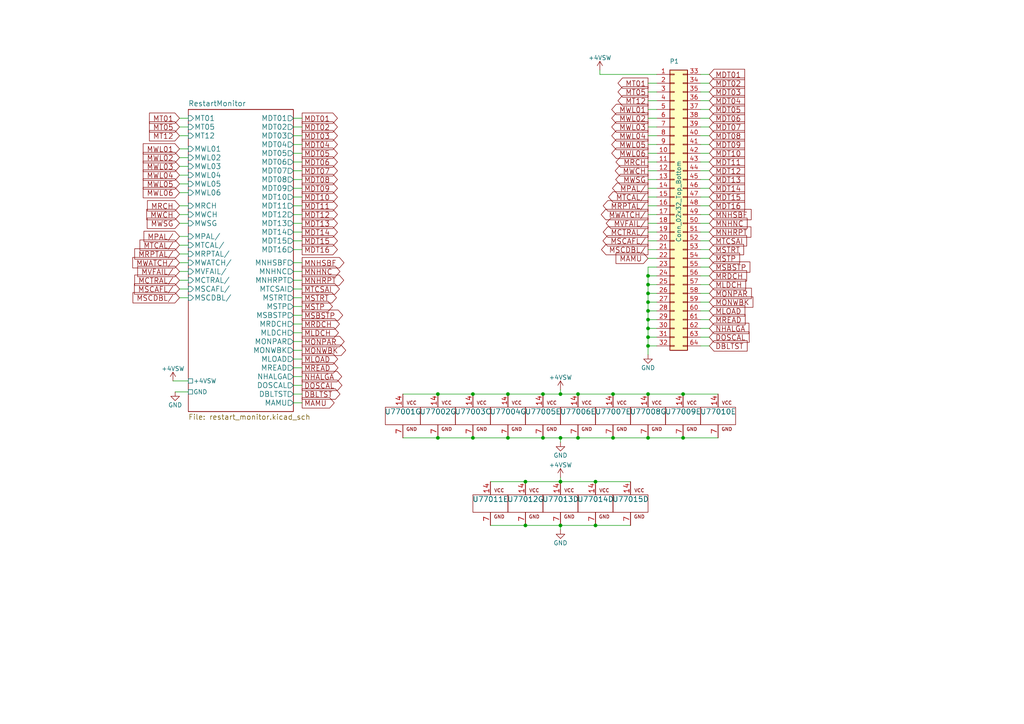
<source format=kicad_sch>
(kicad_sch (version 20211123) (generator eeschema)
  (paper "A4")
  (lib_symbols
    (symbol "Connector_Generic:Conn_02x32_Top_Bottom" (pin_names (offset 1.016) hide)
      (property "Reference" "J" (at 1.27 40.64 0))
      (property "Value" "Conn_02x32_Top_Bottom" (at 1.27 -43.18 0))
      (symbol "Conn_02x32_Top_Bottom_1_1"
        (pin passive line (at -5.08 38.1 0) (length 3.81) (name "Pin_1") (number "1"))
        (pin passive line (at -5.08 15.24 0) (length 3.81) (name "Pin_10") (number "10"))
        (pin passive line (at -5.08 12.7 0) (length 3.81) (name "Pin_11") (number "11"))
        (pin passive line (at -5.08 10.16 0) (length 3.81) (name "Pin_12") (number "12"))
        (pin passive line (at -5.08 7.62 0) (length 3.81) (name "Pin_13") (number "13"))
        (pin passive line (at -5.08 5.08 0) (length 3.81) (name "Pin_14") (number "14"))
        (pin passive line (at -5.08 2.54 0) (length 3.81) (name "Pin_15") (number "15"))
        (pin passive line (at -5.08 0 0) (length 3.81) (name "Pin_16") (number "16"))
        (pin passive line (at -5.08 -2.54 0) (length 3.81) (name "Pin_17") (number "17"))
        (pin passive line (at -5.08 -5.08 0) (length 3.81) (name "Pin_18") (number "18"))
        (pin passive line (at -5.08 -7.62 0) (length 3.81) (name "Pin_19") (number "19"))
        (pin passive line (at -5.08 35.56 0) (length 3.81) (name "Pin_2") (number "2"))
        (pin passive line (at -5.08 -10.16 0) (length 3.81) (name "Pin_20") (number "20"))
        (pin passive line (at -5.08 -12.7 0) (length 3.81) (name "Pin_21") (number "21"))
        (pin passive line (at -5.08 -15.24 0) (length 3.81) (name "Pin_22") (number "22"))
        (pin passive line (at -5.08 -17.78 0) (length 3.81) (name "Pin_23") (number "23"))
        (pin passive line (at -5.08 -20.32 0) (length 3.81) (name "Pin_24") (number "24"))
        (pin passive line (at -5.08 -22.86 0) (length 3.81) (name "Pin_25") (number "25"))
        (pin passive line (at -5.08 -25.4 0) (length 3.81) (name "Pin_26") (number "26"))
        (pin passive line (at -5.08 -27.94 0) (length 3.81) (name "Pin_27") (number "27"))
        (pin passive line (at -5.08 -30.48 0) (length 3.81) (name "Pin_28") (number "28"))
        (pin passive line (at -5.08 -33.02 0) (length 3.81) (name "Pin_29") (number "29"))
        (pin passive line (at -5.08 33.02 0) (length 3.81) (name "Pin_3") (number "3"))
        (pin passive line (at -5.08 -35.56 0) (length 3.81) (name "Pin_30") (number "30"))
        (pin passive line (at -5.08 -38.1 0) (length 3.81) (name "Pin_31") (number "31"))
        (pin passive line (at -5.08 -40.64 0) (length 3.81) (name "Pin_32") (number "32"))
        (pin passive line (at 7.62 38.1 180) (length 3.81) (name "Pin_33") (number "33"))
        (pin passive line (at 7.62 35.56 180) (length 3.81) (name "Pin_34") (number "34"))
        (pin passive line (at 7.62 33.02 180) (length 3.81) (name "Pin_35") (number "35"))
        (pin passive line (at 7.62 30.48 180) (length 3.81) (name "Pin_36") (number "36"))
        (pin passive line (at 7.62 27.94 180) (length 3.81) (name "Pin_37") (number "37"))
        (pin passive line (at 7.62 25.4 180) (length 3.81) (name "Pin_38") (number "38"))
        (pin passive line (at 7.62 22.86 180) (length 3.81) (name "Pin_39") (number "39"))
        (pin passive line (at -5.08 30.48 0) (length 3.81) (name "Pin_4") (number "4"))
        (pin passive line (at 7.62 20.32 180) (length 3.81) (name "Pin_40") (number "40"))
        (pin passive line (at 7.62 17.78 180) (length 3.81) (name "Pin_41") (number "41"))
        (pin passive line (at 7.62 15.24 180) (length 3.81) (name "Pin_42") (number "42"))
        (pin passive line (at 7.62 12.7 180) (length 3.81) (name "Pin_43") (number "43"))
        (pin passive line (at 7.62 10.16 180) (length 3.81) (name "Pin_44") (number "44"))
        (pin passive line (at 7.62 7.62 180) (length 3.81) (name "Pin_45") (number "45"))
        (pin passive line (at 7.62 5.08 180) (length 3.81) (name "Pin_46") (number "46"))
        (pin passive line (at 7.62 2.54 180) (length 3.81) (name "Pin_47") (number "47"))
        (pin passive line (at 7.62 0 180) (length 3.81) (name "Pin_48") (number "48"))
        (pin passive line (at 7.62 -2.54 180) (length 3.81) (name "Pin_49") (number "49"))
        (pin passive line (at -5.08 27.94 0) (length 3.81) (name "Pin_5") (number "5"))
        (pin passive line (at 7.62 -5.08 180) (length 3.81) (name "Pin_50") (number "50"))
        (pin passive line (at 7.62 -7.62 180) (length 3.81) (name "Pin_51") (number "51"))
        (pin passive line (at 7.62 -10.16 180) (length 3.81) (name "Pin_52") (number "52"))
        (pin passive line (at 7.62 -12.7 180) (length 3.81) (name "Pin_53") (number "53"))
        (pin passive line (at 7.62 -15.24 180) (length 3.81) (name "Pin_54") (number "54"))
        (pin passive line (at 7.62 -17.78 180) (length 3.81) (name "Pin_55") (number "55"))
        (pin passive line (at 7.62 -20.32 180) (length 3.81) (name "Pin_56") (number "56"))
        (pin passive line (at 7.62 -22.86 180) (length 3.81) (name "Pin_57") (number "57"))
        (pin passive line (at 7.62 -25.4 180) (length 3.81) (name "Pin_58") (number "58"))
        (pin passive line (at 7.62 -27.94 180) (length 3.81) (name "Pin_59") (number "59"))
        (pin passive line (at -5.08 25.4 0) (length 3.81) (name "Pin_6") (number "6"))
        (pin passive line (at 7.62 -30.48 180) (length 3.81) (name "Pin_60") (number "60"))
        (pin passive line (at 7.62 -33.02 180) (length 3.81) (name "Pin_61") (number "61"))
        (pin passive line (at 7.62 -35.56 180) (length 3.81) (name "Pin_62") (number "62"))
        (pin passive line (at 7.62 -38.1 180) (length 3.81) (name "Pin_63") (number "63"))
        (pin passive line (at 7.62 -40.64 180) (length 3.81) (name "Pin_64") (number "64"))
        (pin passive line (at -5.08 22.86 0) (length 3.81) (name "Pin_7") (number "7"))
        (pin passive line (at -5.08 20.32 0) (length 3.81) (name "Pin_8") (number "8"))
        (pin passive line (at -5.08 17.78 0) (length 3.81) (name "Pin_9") (number "9"))
      )
    )
    (symbol "agc_kicad_components:+4VSW" (power) (pin_names (offset 0))
      (property "Value" "agc_kicad_components_+4VSW" (at 0 3.556 0))
      (symbol "+4VSW_1_1"
        (pin power_in line (at 0 0 90) (length 0) hide (name "+4VSW") (number "1"))
      )
    )
    (symbol "agc_kicad_components:74HC02" (pin_names (offset 0.762))
      (property "Reference" "U" (at 0 1.27 0))
      (symbol "74HC02_1_1"
        (pin output inverted (at 15.24 0 180) (length 7.62) (name "~") (number "1"))
        (pin input line (at -15.24 2.54 0) (length 9.398) (name "~") (number "2"))
        (pin input line (at -15.24 -2.54 0) (length 9.398) (name "~") (number "3"))
      )
      (symbol "74HC02_2_1"
        (pin output inverted (at 15.24 0 180) (length 7.62) (name "~") (number "4"))
        (pin input line (at -15.24 2.54 0) (length 9.398) (name "~") (number "5"))
        (pin input line (at -15.24 -2.54 0) (length 9.398) (name "~") (number "6"))
      )
      (symbol "74HC02_3_1"
        (pin output inverted (at 15.24 0 180) (length 7.62) (name "~") (number "10"))
        (pin input line (at -15.24 2.54 0) (length 9.398) (name "~") (number "8"))
        (pin input line (at -15.24 -2.54 0) (length 9.398) (name "~") (number "9"))
      )
      (symbol "74HC02_4_1"
        (pin input line (at -15.24 2.54 0) (length 9.398) (name "~") (number "11"))
        (pin input line (at -15.24 -2.54 0) (length 9.398) (name "~") (number "12"))
        (pin output inverted (at 15.24 0 180) (length 7.62) (name "~") (number "13"))
      )
      (symbol "74HC02_5_0"
        (text "GND" (at 2.54 -3.81 0) (effects (font (size 0.9906 0.9906))))
        (text "VCC" (at 2.54 3.81 0) (effects (font (size 0.9906 0.9906))))
      )
      (symbol "74HC02_5_1"
        (pin power_in line (at 0 6.35 270) (length 3.81) (name "VCC") (number "14"))
        (pin power_in line (at 0 -6.35 90) (length 3.81) (name "GND") (number "7"))
      )
    )
    (symbol "agc_kicad_components:74HC04" (pin_names (offset 0.762))
      (property "Reference" "U" (at 0 1.27 0))
      (symbol "74HC04_1_1"
        (pin input line (at -15.24 0 0) (length 9.906) (name "~") (number "1"))
        (pin output inverted (at 15.24 0 180) (length 7.62) (name "~") (number "2"))
      )
      (symbol "74HC04_2_1"
        (pin input line (at -15.24 0 0) (length 9.906) (name "~") (number "3"))
        (pin output inverted (at 15.24 0 180) (length 7.62) (name "~") (number "4"))
      )
      (symbol "74HC04_3_1"
        (pin input line (at -15.24 0 0) (length 9.906) (name "~") (number "5"))
        (pin output inverted (at 15.24 0 180) (length 7.62) (name "~") (number "6"))
      )
      (symbol "74HC04_4_1"
        (pin output inverted (at 15.24 0 180) (length 7.62) (name "~") (number "8"))
        (pin input line (at -15.24 0 0) (length 9.906) (name "~") (number "9"))
      )
      (symbol "74HC04_5_1"
        (pin output inverted (at 15.24 0 180) (length 7.62) (name "~") (number "10"))
        (pin input line (at -15.24 0 0) (length 9.906) (name "~") (number "11"))
      )
      (symbol "74HC04_6_1"
        (pin output inverted (at 15.24 0 180) (length 7.62) (name "~") (number "12"))
        (pin input line (at -15.24 0 0) (length 9.906) (name "~") (number "13"))
      )
      (symbol "74HC04_7_0"
        (text "GND" (at 2.54 -3.81 0) (effects (font (size 0.9906 0.9906))))
        (text "VCC" (at 2.54 3.81 0) (effects (font (size 0.9906 0.9906))))
      )
      (symbol "74HC04_7_1"
        (pin power_in line (at 0 6.35 270) (length 3.81) (name "VCC") (number "14"))
        (pin power_in line (at 0 -6.35 90) (length 3.81) (name "GND") (number "7"))
      )
    )
    (symbol "agc_kicad_components:74HC27" (pin_names (offset 0.762))
      (property "Reference" "U" (at 0 1.27 0))
      (symbol "74HC27_1_1"
        (pin input line (at -15.24 3.81 0) (length 8.763) (name "~") (number "1"))
        (pin output inverted (at 15.24 0 180) (length 7.62) (name "~") (number "12"))
        (pin input line (at -15.24 -3.81 0) (length 8.763) (name "~") (number "13"))
        (pin input line (at -15.24 0 0) (length 9.906) (name "~") (number "2"))
      )
      (symbol "74HC27_2_1"
        (pin input line (at -15.24 3.81 0) (length 8.763) (name "~") (number "3"))
        (pin input line (at -15.24 0 0) (length 9.906) (name "~") (number "4"))
        (pin input line (at -15.24 -3.81 0) (length 8.763) (name "~") (number "5"))
        (pin output inverted (at 15.24 0 180) (length 7.62) (name "~") (number "6"))
      )
      (symbol "74HC27_3_1"
        (pin input line (at -15.24 0 0) (length 9.906) (name "~") (number "10"))
        (pin input line (at -15.24 -3.81 0) (length 8.763) (name "~") (number "11"))
        (pin output inverted (at 15.24 0 180) (length 7.62) (name "~") (number "8"))
        (pin input line (at -15.24 3.81 0) (length 8.763) (name "~") (number "9"))
      )
      (symbol "74HC27_4_0"
        (text "GND" (at 2.54 -3.81 0) (effects (font (size 0.9906 0.9906))))
        (text "VCC" (at 2.54 3.81 0) (effects (font (size 0.9906 0.9906))))
      )
      (symbol "74HC27_4_1"
        (pin power_in line (at 0 6.35 270) (length 3.81) (name "VCC") (number "14"))
        (pin power_in line (at 0 -6.35 90) (length 3.81) (name "GND") (number "7"))
      )
    )
    (symbol "agc_kicad_components:74HC4002" (pin_names (offset 0.762))
      (property "Reference" "U" (at 0 1.27 0))
      (symbol "74HC4002_1_1"
        (pin output inverted (at 15.24 0 180) (length 7.62) (name "~") (number "1"))
        (pin input line (at -15.24 3.81 0) (length 8.509) (name "~") (number "2"))
        (pin input line (at -15.24 1.27 0) (length 9.652) (name "~") (number "3"))
        (pin input line (at -15.24 -1.27 0) (length 9.652) (name "~") (number "4"))
        (pin input line (at -15.24 -3.81 0) (length 8.509) (name "~") (number "5"))
        (pin no_connect line (at -2.54 5.08 90) (length 0) hide (name "NC1") (number "6"))
        (pin no_connect line (at 0 5.08 90) (length 0) hide (name "NC2") (number "8"))
      )
      (symbol "74HC4002_2_1"
        (pin input line (at -15.24 1.27 0) (length 9.652) (name "~") (number "10"))
        (pin input line (at -15.24 -1.27 0) (length 9.652) (name "~") (number "11"))
        (pin input line (at -15.24 -3.81 0) (length 8.509) (name "~") (number "12"))
        (pin output inverted (at 15.24 0 180) (length 7.62) (name "~") (number "13"))
        (pin no_connect line (at -2.54 5.08 90) (length 0) hide (name "NC1") (number "6"))
        (pin no_connect line (at 0 5.08 90) (length 0) hide (name "NC2") (number "8"))
        (pin input line (at -15.24 3.81 0) (length 8.509) (name "~") (number "9"))
      )
      (symbol "74HC4002_3_0"
        (text "GND" (at 2.54 -3.81 0) (effects (font (size 0.9906 0.9906))))
        (text "VCC" (at 2.54 3.81 0) (effects (font (size 0.9906 0.9906))))
      )
      (symbol "74HC4002_3_1"
        (pin power_in line (at 0 6.35 270) (length 3.81) (name "VCC") (number "14"))
        (pin power_in line (at 0 -6.35 90) (length 3.81) (name "GND") (number "7"))
      )
    )
    (symbol "agc_kicad_components:74LVC07" (pin_names (offset 0.762))
      (property "Reference" "U" (at 0 1.27 0))
      (symbol "74LVC07_1_1"
        (pin input line (at -11.43 0 0) (length 7.62) (name "~") (number "1"))
        (pin open_collector line (at 11.43 0 180) (length 7.62) (name "~") (number "2"))
      )
      (symbol "74LVC07_2_1"
        (pin input line (at -11.43 0 0) (length 7.62) (name "~") (number "3"))
        (pin open_collector line (at 11.43 0 180) (length 7.62) (name "~") (number "4"))
      )
      (symbol "74LVC07_3_1"
        (pin input line (at -11.43 0 0) (length 7.62) (name "~") (number "5"))
        (pin open_collector line (at 11.43 0 180) (length 7.62) (name "~") (number "6"))
      )
      (symbol "74LVC07_4_1"
        (pin open_collector line (at 11.43 0 180) (length 7.62) (name "~") (number "8"))
        (pin input line (at -11.43 0 0) (length 7.62) (name "~") (number "9"))
      )
      (symbol "74LVC07_5_1"
        (pin open_collector line (at 11.43 0 180) (length 7.62) (name "~") (number "10"))
        (pin input line (at -11.43 0 0) (length 7.62) (name "~") (number "11"))
      )
      (symbol "74LVC07_6_1"
        (pin open_collector line (at 11.43 0 180) (length 7.62) (name "~") (number "12"))
        (pin input line (at -11.43 0 0) (length 7.62) (name "~") (number "13"))
      )
      (symbol "74LVC07_7_0"
        (text "GND" (at 2.54 -3.81 0) (effects (font (size 0.9906 0.9906))))
        (text "VCC" (at 2.54 3.81 0) (effects (font (size 0.9906 0.9906))))
      )
      (symbol "74LVC07_7_1"
        (pin power_in line (at 0 6.35 270) (length 3.81) (name "VCC") (number "14"))
        (pin power_in line (at 0 -6.35 90) (length 3.81) (name "GND") (number "7"))
      )
    )
    (symbol "power:GND" (power) (pin_names (offset 0))
      (property "Value" "GND" (at 0 -3.81 0))
      (symbol "GND_1_1"
        (pin power_in line (at 0 0 270) (length 0) hide (name "GND") (number "1"))
      )
    )
  )
  (junction (at 187.96 127))
  (junction (at 127 114.3))
  (junction (at 187.96 95.25))
  (junction (at 172.72 139.7))
  (junction (at 187.96 80.01))
  (junction (at 137.16 127))
  (junction (at 177.8 127))
  (junction (at 147.32 127))
  (junction (at 198.12 114.3))
  (junction (at 187.96 92.71))
  (junction (at 187.96 87.63))
  (junction (at 162.56 152.4))
  (junction (at 157.48 114.3))
  (junction (at 137.16 114.3))
  (junction (at 172.72 152.4))
  (junction (at 187.96 114.3))
  (junction (at 187.96 97.79))
  (junction (at 147.32 114.3))
  (junction (at 198.12 127))
  (junction (at 162.56 114.3))
  (junction (at 187.96 82.55))
  (junction (at 177.8 114.3))
  (junction (at 167.64 114.3))
  (junction (at 152.4 139.7))
  (junction (at 162.56 127))
  (junction (at 187.96 90.17))
  (junction (at 127 127))
  (junction (at 152.4 152.4))
  (junction (at 167.64 127))
  (junction (at 162.56 139.7))
  (junction (at 187.96 100.33))
  (junction (at 187.96 85.09))
  (junction (at 157.48 127))
  (wire (pts (xy 203.2 26.67) (xy 205.74 26.67)))
  (wire (pts (xy 198.12 127) (xy 208.28 127)))
  (wire (pts (xy 187.96 36.83) (xy 190.5 36.83)))
  (wire (pts (xy 162.56 128.27) (xy 162.56 127)))
  (wire (pts (xy 87.63 104.14) (xy 85.09 104.14)))
  (wire (pts (xy 142.24 139.7) (xy 152.4 139.7)))
  (wire (pts (xy 52.07 45.72) (xy 54.61 45.72)))
  (wire (pts (xy 162.56 138.43) (xy 162.56 139.7)))
  (wire (pts (xy 203.2 72.39) (xy 205.74 72.39)))
  (wire (pts (xy 187.96 87.63) (xy 190.5 87.63)))
  (wire (pts (xy 203.2 85.09) (xy 205.74 85.09)))
  (wire (pts (xy 87.63 67.31) (xy 85.09 67.31)))
  (wire (pts (xy 157.48 127) (xy 162.56 127)))
  (wire (pts (xy 52.07 43.18) (xy 54.61 43.18)))
  (wire (pts (xy 87.63 88.9) (xy 85.09 88.9)))
  (wire (pts (xy 162.56 113.03) (xy 162.56 114.3)))
  (wire (pts (xy 203.2 57.15) (xy 205.74 57.15)))
  (wire (pts (xy 87.63 34.29) (xy 85.09 34.29)))
  (wire (pts (xy 162.56 114.3) (xy 167.64 114.3)))
  (wire (pts (xy 52.07 39.37) (xy 54.61 39.37)))
  (wire (pts (xy 147.32 114.3) (xy 157.48 114.3)))
  (wire (pts (xy 203.2 95.25) (xy 205.74 95.25)))
  (wire (pts (xy 87.63 93.98) (xy 85.09 93.98)))
  (wire (pts (xy 87.63 86.36) (xy 85.09 86.36)))
  (wire (pts (xy 187.96 52.07) (xy 190.5 52.07)))
  (wire (pts (xy 187.96 69.85) (xy 190.5 69.85)))
  (wire (pts (xy 87.63 69.85) (xy 85.09 69.85)))
  (wire (pts (xy 203.2 34.29) (xy 205.74 34.29)))
  (wire (pts (xy 87.63 101.6) (xy 85.09 101.6)))
  (wire (pts (xy 187.96 64.77) (xy 190.5 64.77)))
  (wire (pts (xy 203.2 82.55) (xy 205.74 82.55)))
  (wire (pts (xy 87.63 78.74) (xy 85.09 78.74)))
  (wire (pts (xy 203.2 39.37) (xy 205.74 39.37)))
  (wire (pts (xy 152.4 139.7) (xy 162.56 139.7)))
  (wire (pts (xy 87.63 52.07) (xy 85.09 52.07)))
  (wire (pts (xy 203.2 36.83) (xy 205.74 36.83)))
  (wire (pts (xy 203.2 49.53) (xy 205.74 49.53)))
  (wire (pts (xy 173.99 20.32) (xy 173.99 21.59)))
  (wire (pts (xy 203.2 24.13) (xy 205.74 24.13)))
  (wire (pts (xy 187.96 57.15) (xy 190.5 57.15)))
  (wire (pts (xy 187.96 62.23) (xy 190.5 62.23)))
  (wire (pts (xy 52.07 68.58) (xy 54.61 68.58)))
  (wire (pts (xy 177.8 114.3) (xy 187.96 114.3)))
  (wire (pts (xy 187.96 24.13) (xy 190.5 24.13)))
  (wire (pts (xy 187.96 26.67) (xy 190.5 26.67)))
  (wire (pts (xy 203.2 29.21) (xy 205.74 29.21)))
  (wire (pts (xy 187.96 90.17) (xy 190.5 90.17)))
  (wire (pts (xy 87.63 116.84) (xy 85.09 116.84)))
  (wire (pts (xy 87.63 91.44) (xy 85.09 91.44)))
  (wire (pts (xy 187.96 82.55) (xy 190.5 82.55)))
  (wire (pts (xy 187.96 80.01) (xy 190.5 80.01)))
  (wire (pts (xy 87.63 106.68) (xy 85.09 106.68)))
  (wire (pts (xy 87.63 99.06) (xy 85.09 99.06)))
  (wire (pts (xy 187.96 41.91) (xy 190.5 41.91)))
  (wire (pts (xy 52.07 34.29) (xy 54.61 34.29)))
  (wire (pts (xy 187.96 46.99) (xy 190.5 46.99)))
  (wire (pts (xy 187.96 114.3) (xy 198.12 114.3)))
  (wire (pts (xy 116.84 114.3) (xy 127 114.3)))
  (wire (pts (xy 87.63 39.37) (xy 85.09 39.37)))
  (wire (pts (xy 50.165 110.49) (xy 54.61 110.49)))
  (wire (pts (xy 203.2 80.01) (xy 205.74 80.01)))
  (wire (pts (xy 187.96 92.71) (xy 190.5 92.71)))
  (wire (pts (xy 198.12 114.3) (xy 208.28 114.3)))
  (wire (pts (xy 87.63 72.39) (xy 85.09 72.39)))
  (wire (pts (xy 203.2 52.07) (xy 205.74 52.07)))
  (wire (pts (xy 87.63 59.69) (xy 85.09 59.69)))
  (wire (pts (xy 203.2 62.23) (xy 205.74 62.23)))
  (wire (pts (xy 187.96 54.61) (xy 190.5 54.61)))
  (wire (pts (xy 167.64 114.3) (xy 177.8 114.3)))
  (wire (pts (xy 203.2 100.33) (xy 205.74 100.33)))
  (wire (pts (xy 187.96 95.25) (xy 190.5 95.25)))
  (wire (pts (xy 172.72 152.4) (xy 182.88 152.4)))
  (wire (pts (xy 177.8 127) (xy 187.96 127)))
  (wire (pts (xy 187.96 77.47) (xy 190.5 77.47)))
  (wire (pts (xy 187.96 31.75) (xy 190.5 31.75)))
  (wire (pts (xy 52.07 64.77) (xy 54.61 64.77)))
  (wire (pts (xy 137.16 127) (xy 147.32 127)))
  (wire (pts (xy 52.07 71.12) (xy 54.61 71.12)))
  (wire (pts (xy 203.2 21.59) (xy 205.74 21.59)))
  (wire (pts (xy 52.07 59.69) (xy 54.61 59.69)))
  (wire (pts (xy 167.64 127) (xy 177.8 127)))
  (wire (pts (xy 52.07 50.8) (xy 54.61 50.8)))
  (wire (pts (xy 52.07 53.34) (xy 54.61 53.34)))
  (wire (pts (xy 127 114.3) (xy 137.16 114.3)))
  (wire (pts (xy 203.2 59.69) (xy 205.74 59.69)))
  (wire (pts (xy 87.63 81.28) (xy 85.09 81.28)))
  (wire (pts (xy 187.96 49.53) (xy 190.5 49.53)))
  (wire (pts (xy 203.2 54.61) (xy 205.74 54.61)))
  (wire (pts (xy 187.96 34.29) (xy 190.5 34.29)))
  (wire (pts (xy 52.07 76.2) (xy 54.61 76.2)))
  (wire (pts (xy 203.2 90.17) (xy 205.74 90.17)))
  (wire (pts (xy 187.96 92.71) (xy 187.96 95.25)))
  (wire (pts (xy 187.96 97.79) (xy 187.96 100.33)))
  (wire (pts (xy 187.96 85.09) (xy 187.96 87.63)))
  (wire (pts (xy 142.24 152.4) (xy 152.4 152.4)))
  (wire (pts (xy 87.63 76.2) (xy 85.09 76.2)))
  (wire (pts (xy 52.07 73.66) (xy 54.61 73.66)))
  (wire (pts (xy 203.2 97.79) (xy 205.74 97.79)))
  (wire (pts (xy 87.63 114.3) (xy 85.09 114.3)))
  (wire (pts (xy 187.96 82.55) (xy 187.96 85.09)))
  (wire (pts (xy 203.2 44.45) (xy 205.74 44.45)))
  (wire (pts (xy 187.96 100.33) (xy 187.96 102.87)))
  (wire (pts (xy 187.96 97.79) (xy 190.5 97.79)))
  (wire (pts (xy 172.72 139.7) (xy 182.88 139.7)))
  (wire (pts (xy 87.63 64.77) (xy 85.09 64.77)))
  (wire (pts (xy 203.2 41.91) (xy 205.74 41.91)))
  (wire (pts (xy 127 127) (xy 137.16 127)))
  (wire (pts (xy 187.96 59.69) (xy 190.5 59.69)))
  (wire (pts (xy 87.63 83.82) (xy 85.09 83.82)))
  (wire (pts (xy 87.63 49.53) (xy 85.09 49.53)))
  (wire (pts (xy 87.63 36.83) (xy 85.09 36.83)))
  (wire (pts (xy 162.56 152.4) (xy 162.56 153.67)))
  (wire (pts (xy 87.63 44.45) (xy 85.09 44.45)))
  (wire (pts (xy 203.2 64.77) (xy 205.74 64.77)))
  (wire (pts (xy 87.63 41.91) (xy 85.09 41.91)))
  (wire (pts (xy 173.99 21.59) (xy 190.5 21.59)))
  (wire (pts (xy 87.63 111.76) (xy 85.09 111.76)))
  (wire (pts (xy 203.2 31.75) (xy 205.74 31.75)))
  (wire (pts (xy 187.96 100.33) (xy 190.5 100.33)))
  (wire (pts (xy 203.2 87.63) (xy 205.74 87.63)))
  (wire (pts (xy 203.2 67.31) (xy 205.74 67.31)))
  (wire (pts (xy 203.2 69.85) (xy 205.74 69.85)))
  (wire (pts (xy 52.07 62.23) (xy 54.61 62.23)))
  (wire (pts (xy 147.32 127) (xy 157.48 127)))
  (wire (pts (xy 137.16 114.3) (xy 147.32 114.3)))
  (wire (pts (xy 87.63 96.52) (xy 85.09 96.52)))
  (wire (pts (xy 203.2 46.99) (xy 205.74 46.99)))
  (wire (pts (xy 187.96 77.47) (xy 187.96 80.01)))
  (wire (pts (xy 187.96 80.01) (xy 187.96 82.55)))
  (wire (pts (xy 187.96 90.17) (xy 187.96 92.71)))
  (wire (pts (xy 187.96 72.39) (xy 190.5 72.39)))
  (wire (pts (xy 52.07 48.26) (xy 54.61 48.26)))
  (wire (pts (xy 50.8 113.665) (xy 54.61 113.665)))
  (wire (pts (xy 87.63 46.99) (xy 85.09 46.99)))
  (wire (pts (xy 187.96 74.93) (xy 190.5 74.93)))
  (wire (pts (xy 162.56 139.7) (xy 172.72 139.7)))
  (wire (pts (xy 157.48 114.3) (xy 162.56 114.3)))
  (wire (pts (xy 187.96 127) (xy 198.12 127)))
  (wire (pts (xy 203.2 77.47) (xy 205.74 77.47)))
  (wire (pts (xy 187.96 95.25) (xy 187.96 97.79)))
  (wire (pts (xy 187.96 87.63) (xy 187.96 90.17)))
  (wire (pts (xy 52.07 78.74) (xy 54.61 78.74)))
  (wire (pts (xy 52.07 81.28) (xy 54.61 81.28)))
  (wire (pts (xy 162.56 152.4) (xy 172.72 152.4)))
  (wire (pts (xy 187.96 39.37) (xy 190.5 39.37)))
  (wire (pts (xy 87.63 62.23) (xy 85.09 62.23)))
  (wire (pts (xy 87.63 57.15) (xy 85.09 57.15)))
  (wire (pts (xy 87.63 109.22) (xy 85.09 109.22)))
  (wire (pts (xy 116.84 127) (xy 127 127)))
  (wire (pts (xy 187.96 44.45) (xy 190.5 44.45)))
  (wire (pts (xy 203.2 74.93) (xy 205.74 74.93)))
  (wire (pts (xy 187.96 85.09) (xy 190.5 85.09)))
  (wire (pts (xy 87.63 54.61) (xy 85.09 54.61)))
  (wire (pts (xy 52.07 55.88) (xy 54.61 55.88)))
  (wire (pts (xy 52.07 83.82) (xy 54.61 83.82)))
  (wire (pts (xy 187.96 67.31) (xy 190.5 67.31)))
  (wire (pts (xy 187.96 29.21) (xy 190.5 29.21)))
  (wire (pts (xy 162.56 127) (xy 167.64 127)))
  (wire (pts (xy 52.07 86.36) (xy 54.61 86.36)))
  (wire (pts (xy 52.07 36.83) (xy 54.61 36.83)))
  (wire (pts (xy 152.4 152.4) (xy 162.56 152.4)))
  (wire (pts (xy 203.2 92.71) (xy 205.74 92.71)))
  (global_label "MONPAR" (shape input) (at 205.74 85.09 0) (effects (font (size 1.524 1.524))) (property "Intersheet References" "${INTERSHEET_REFS}" (effects hide)))
  (global_label "MWL01" (shape output) (at 187.96 31.75 180) (effects (font (size 1.524 1.524))) (property "Intersheet References" "${INTERSHEET_REFS}" (effects hide)))
  (global_label "MRCH" (shape output) (at 187.96 46.99 180) (effects (font (size 1.524 1.524))) (property "Intersheet References" "${INTERSHEET_REFS}" (effects hide)))
  (global_label "MLDCH" (shape output) (at 87.63 96.52 0) (effects (font (size 1.524 1.524))) (property "Intersheet References" "${INTERSHEET_REFS}" (effects hide)))
  (global_label "MVFAIL/" (shape input) (at 52.07 78.74 180) (effects (font (size 1.524 1.524))) (property "Intersheet References" "${INTERSHEET_REFS}" (effects hide)))
  (global_label "MREAD" (shape output) (at 87.63 106.68 0) (effects (font (size 1.524 1.524))) (property "Intersheet References" "${INTERSHEET_REFS}" (effects hide)))
  (global_label "MONWBK" (shape output) (at 87.63 101.6 0) (effects (font (size 1.524 1.524))) (property "Intersheet References" "${INTERSHEET_REFS}" (effects hide)))
  (global_label "MDT15" (shape input) (at 205.74 57.15 0) (effects (font (size 1.524 1.524))) (property "Intersheet References" "${INTERSHEET_REFS}" (effects hide)))
  (global_label "MT01" (shape input) (at 52.07 34.29 180) (effects (font (size 1.524 1.524))) (property "Intersheet References" "${INTERSHEET_REFS}" (effects hide)))
  (global_label "MSBSTP" (shape input) (at 205.74 77.47 0) (effects (font (size 1.524 1.524))) (property "Intersheet References" "${INTERSHEET_REFS}" (effects hide)))
  (global_label "MWL05" (shape input) (at 52.07 53.34 180) (effects (font (size 1.524 1.524))) (property "Intersheet References" "${INTERSHEET_REFS}" (effects hide)))
  (global_label "MDT10" (shape output) (at 87.63 57.15 0) (effects (font (size 1.524 1.524))) (property "Intersheet References" "${INTERSHEET_REFS}" (effects hide)))
  (global_label "MDT11" (shape input) (at 205.74 46.99 0) (effects (font (size 1.524 1.524))) (property "Intersheet References" "${INTERSHEET_REFS}" (effects hide)))
  (global_label "MRPTAL/" (shape output) (at 187.96 59.69 180) (effects (font (size 1.524 1.524))) (property "Intersheet References" "${INTERSHEET_REFS}" (effects hide)))
  (global_label "MCTRAL/" (shape output) (at 187.96 67.31 180) (effects (font (size 1.524 1.524))) (property "Intersheet References" "${INTERSHEET_REFS}" (effects hide)))
  (global_label "MWATCH/" (shape output) (at 187.96 62.23 180) (effects (font (size 1.524 1.524))) (property "Intersheet References" "${INTERSHEET_REFS}" (effects hide)))
  (global_label "MRCH" (shape input) (at 52.07 59.69 180) (effects (font (size 1.524 1.524))) (property "Intersheet References" "${INTERSHEET_REFS}" (effects hide)))
  (global_label "MNHRPT" (shape input) (at 205.74 67.31 0) (effects (font (size 1.524 1.524))) (property "Intersheet References" "${INTERSHEET_REFS}" (effects hide)))
  (global_label "MSTRT" (shape input) (at 205.74 72.39 0) (effects (font (size 1.524 1.524))) (property "Intersheet References" "${INTERSHEET_REFS}" (effects hide)))
  (global_label "MDT01" (shape input) (at 205.74 21.59 0) (effects (font (size 1.524 1.524))) (property "Intersheet References" "${INTERSHEET_REFS}" (effects hide)))
  (global_label "MDT05" (shape output) (at 87.63 44.45 0) (effects (font (size 1.524 1.524))) (property "Intersheet References" "${INTERSHEET_REFS}" (effects hide)))
  (global_label "MDT08" (shape input) (at 205.74 39.37 0) (effects (font (size 1.524 1.524))) (property "Intersheet References" "${INTERSHEET_REFS}" (effects hide)))
  (global_label "MWCH" (shape input) (at 52.07 62.23 180) (effects (font (size 1.524 1.524))) (property "Intersheet References" "${INTERSHEET_REFS}" (effects hide)))
  (global_label "MDT14" (shape input) (at 205.74 54.61 0) (effects (font (size 1.524 1.524))) (property "Intersheet References" "${INTERSHEET_REFS}" (effects hide)))
  (global_label "MDT16" (shape input) (at 205.74 59.69 0) (effects (font (size 1.524 1.524))) (property "Intersheet References" "${INTERSHEET_REFS}" (effects hide)))
  (global_label "MSCAFL/" (shape input) (at 52.07 83.82 180) (effects (font (size 1.524 1.524))) (property "Intersheet References" "${INTERSHEET_REFS}" (effects hide)))
  (global_label "MWL02" (shape output) (at 187.96 34.29 180) (effects (font (size 1.524 1.524))) (property "Intersheet References" "${INTERSHEET_REFS}" (effects hide)))
  (global_label "MWL01" (shape input) (at 52.07 43.18 180) (effects (font (size 1.524 1.524))) (property "Intersheet References" "${INTERSHEET_REFS}" (effects hide)))
  (global_label "MPAL/" (shape input) (at 52.07 68.58 180) (effects (font (size 1.524 1.524))) (property "Intersheet References" "${INTERSHEET_REFS}" (effects hide)))
  (global_label "NHALGA" (shape input) (at 205.74 95.25 0) (effects (font (size 1.524 1.524))) (property "Intersheet References" "${INTERSHEET_REFS}" (effects hide)))
  (global_label "MWL06" (shape input) (at 52.07 55.88 180) (effects (font (size 1.524 1.524))) (property "Intersheet References" "${INTERSHEET_REFS}" (effects hide)))
  (global_label "MTCSAI" (shape output) (at 87.63 83.82 0) (effects (font (size 1.524 1.524))) (property "Intersheet References" "${INTERSHEET_REFS}" (effects hide)))
  (global_label "MWCH" (shape output) (at 187.96 49.53 180) (effects (font (size 1.524 1.524))) (property "Intersheet References" "${INTERSHEET_REFS}" (effects hide)))
  (global_label "MSCDBL/" (shape output) (at 187.96 72.39 180) (effects (font (size 1.524 1.524))) (property "Intersheet References" "${INTERSHEET_REFS}" (effects hide)))
  (global_label "MDT13" (shape output) (at 87.63 64.77 0) (effects (font (size 1.524 1.524))) (property "Intersheet References" "${INTERSHEET_REFS}" (effects hide)))
  (global_label "MDT03" (shape input) (at 205.74 26.67 0) (effects (font (size 1.524 1.524))) (property "Intersheet References" "${INTERSHEET_REFS}" (effects hide)))
  (global_label "MDT07" (shape output) (at 87.63 49.53 0) (effects (font (size 1.524 1.524))) (property "Intersheet References" "${INTERSHEET_REFS}" (effects hide)))
  (global_label "MDT02" (shape output) (at 87.63 36.83 0) (effects (font (size 1.524 1.524))) (property "Intersheet References" "${INTERSHEET_REFS}" (effects hide)))
  (global_label "MDT06" (shape input) (at 205.74 34.29 0) (effects (font (size 1.524 1.524))) (property "Intersheet References" "${INTERSHEET_REFS}" (effects hide)))
  (global_label "MWSG" (shape input) (at 52.07 64.77 180) (effects (font (size 1.524 1.524))) (property "Intersheet References" "${INTERSHEET_REFS}" (effects hide)))
  (global_label "DBLTST" (shape output) (at 87.63 114.3 0) (effects (font (size 1.524 1.524))) (property "Intersheet References" "${INTERSHEET_REFS}" (effects hide)))
  (global_label "MTCSAI" (shape input) (at 205.74 69.85 0) (effects (font (size 1.524 1.524))) (property "Intersheet References" "${INTERSHEET_REFS}" (effects hide)))
  (global_label "MONWBK" (shape input) (at 205.74 87.63 0) (effects (font (size 1.524 1.524))) (property "Intersheet References" "${INTERSHEET_REFS}" (effects hide)))
  (global_label "MAMU" (shape output) (at 87.63 116.84 0) (effects (font (size 1.524 1.524))) (property "Intersheet References" "${INTERSHEET_REFS}" (effects hide)))
  (global_label "MAMU" (shape input) (at 187.96 74.93 180) (effects (font (size 1.524 1.524))) (property "Intersheet References" "${INTERSHEET_REFS}" (effects hide)))
  (global_label "MDT05" (shape input) (at 205.74 31.75 0) (effects (font (size 1.524 1.524))) (property "Intersheet References" "${INTERSHEET_REFS}" (effects hide)))
  (global_label "MDT03" (shape output) (at 87.63 39.37 0) (effects (font (size 1.524 1.524))) (property "Intersheet References" "${INTERSHEET_REFS}" (effects hide)))
  (global_label "MLDCH" (shape input) (at 205.74 82.55 0) (effects (font (size 1.524 1.524))) (property "Intersheet References" "${INTERSHEET_REFS}" (effects hide)))
  (global_label "MDT11" (shape output) (at 87.63 59.69 0) (effects (font (size 1.524 1.524))) (property "Intersheet References" "${INTERSHEET_REFS}" (effects hide)))
  (global_label "MDT13" (shape input) (at 205.74 52.07 0) (effects (font (size 1.524 1.524))) (property "Intersheet References" "${INTERSHEET_REFS}" (effects hide)))
  (global_label "MNHNC" (shape input) (at 205.74 64.77 0) (effects (font (size 1.524 1.524))) (property "Intersheet References" "${INTERSHEET_REFS}" (effects hide)))
  (global_label "MRDCH" (shape output) (at 87.63 93.98 0) (effects (font (size 1.524 1.524))) (property "Intersheet References" "${INTERSHEET_REFS}" (effects hide)))
  (global_label "MTCAL/" (shape input) (at 52.07 71.12 180) (effects (font (size 1.524 1.524))) (property "Intersheet References" "${INTERSHEET_REFS}" (effects hide)))
  (global_label "MDT01" (shape output) (at 87.63 34.29 0) (effects (font (size 1.524 1.524))) (property "Intersheet References" "${INTERSHEET_REFS}" (effects hide)))
  (global_label "MDT14" (shape output) (at 87.63 67.31 0) (effects (font (size 1.524 1.524))) (property "Intersheet References" "${INTERSHEET_REFS}" (effects hide)))
  (global_label "MREAD" (shape input) (at 205.74 92.71 0) (effects (font (size 1.524 1.524))) (property "Intersheet References" "${INTERSHEET_REFS}" (effects hide)))
  (global_label "MNHRPT" (shape output) (at 87.63 81.28 0) (effects (font (size 1.524 1.524))) (property "Intersheet References" "${INTERSHEET_REFS}" (effects hide)))
  (global_label "MDT04" (shape input) (at 205.74 29.21 0) (effects (font (size 1.524 1.524))) (property "Intersheet References" "${INTERSHEET_REFS}" (effects hide)))
  (global_label "MSTP" (shape output) (at 87.63 88.9 0) (effects (font (size 1.524 1.524))) (property "Intersheet References" "${INTERSHEET_REFS}" (effects hide)))
  (global_label "MDT09" (shape output) (at 87.63 54.61 0) (effects (font (size 1.524 1.524))) (property "Intersheet References" "${INTERSHEET_REFS}" (effects hide)))
  (global_label "MRDCH" (shape input) (at 205.74 80.01 0) (effects (font (size 1.524 1.524))) (property "Intersheet References" "${INTERSHEET_REFS}" (effects hide)))
  (global_label "MT05" (shape input) (at 52.07 36.83 180) (effects (font (size 1.524 1.524))) (property "Intersheet References" "${INTERSHEET_REFS}" (effects hide)))
  (global_label "MWL05" (shape output) (at 187.96 41.91 180) (effects (font (size 1.524 1.524))) (property "Intersheet References" "${INTERSHEET_REFS}" (effects hide)))
  (global_label "MDT15" (shape output) (at 87.63 69.85 0) (effects (font (size 1.524 1.524))) (property "Intersheet References" "${INTERSHEET_REFS}" (effects hide)))
  (global_label "MSTP" (shape input) (at 205.74 74.93 0) (effects (font (size 1.524 1.524))) (property "Intersheet References" "${INTERSHEET_REFS}" (effects hide)))
  (global_label "MWL04" (shape output) (at 187.96 39.37 180) (effects (font (size 1.524 1.524))) (property "Intersheet References" "${INTERSHEET_REFS}" (effects hide)))
  (global_label "MWL06" (shape output) (at 187.96 44.45 180) (effects (font (size 1.524 1.524))) (property "Intersheet References" "${INTERSHEET_REFS}" (effects hide)))
  (global_label "MNHSBF" (shape output) (at 87.63 76.2 0) (effects (font (size 1.524 1.524))) (property "Intersheet References" "${INTERSHEET_REFS}" (effects hide)))
  (global_label "MSBSTP" (shape output) (at 87.63 91.44 0) (effects (font (size 1.524 1.524))) (property "Intersheet References" "${INTERSHEET_REFS}" (effects hide)))
  (global_label "MWL02" (shape input) (at 52.07 45.72 180) (effects (font (size 1.524 1.524))) (property "Intersheet References" "${INTERSHEET_REFS}" (effects hide)))
  (global_label "MLOAD" (shape output) (at 87.63 104.14 0) (effects (font (size 1.524 1.524))) (property "Intersheet References" "${INTERSHEET_REFS}" (effects hide)))
  (global_label "MDT16" (shape output) (at 87.63 72.39 0) (effects (font (size 1.524 1.524))) (property "Intersheet References" "${INTERSHEET_REFS}" (effects hide)))
  (global_label "MDT12" (shape input) (at 205.74 49.53 0) (effects (font (size 1.524 1.524))) (property "Intersheet References" "${INTERSHEET_REFS}" (effects hide)))
  (global_label "MDT06" (shape output) (at 87.63 46.99 0) (effects (font (size 1.524 1.524))) (property "Intersheet References" "${INTERSHEET_REFS}" (effects hide)))
  (global_label "MVFAIL/" (shape output) (at 187.96 64.77 180) (effects (font (size 1.524 1.524))) (property "Intersheet References" "${INTERSHEET_REFS}" (effects hide)))
  (global_label "MT12" (shape input) (at 52.07 39.37 180) (effects (font (size 1.524 1.524))) (property "Intersheet References" "${INTERSHEET_REFS}" (effects hide)))
  (global_label "MT05" (shape output) (at 187.96 26.67 180) (effects (font (size 1.524 1.524))) (property "Intersheet References" "${INTERSHEET_REFS}" (effects hide)))
  (global_label "MDT07" (shape input) (at 205.74 36.83 0) (effects (font (size 1.524 1.524))) (property "Intersheet References" "${INTERSHEET_REFS}" (effects hide)))
  (global_label "NHALGA" (shape output) (at 87.63 109.22 0) (effects (font (size 1.524 1.524))) (property "Intersheet References" "${INTERSHEET_REFS}" (effects hide)))
  (global_label "MT01" (shape output) (at 187.96 24.13 180) (effects (font (size 1.524 1.524))) (property "Intersheet References" "${INTERSHEET_REFS}" (effects hide)))
  (global_label "MSCDBL/" (shape input) (at 52.07 86.36 180) (effects (font (size 1.524 1.524))) (property "Intersheet References" "${INTERSHEET_REFS}" (effects hide)))
  (global_label "MWATCH/" (shape input) (at 52.07 76.2 180) (effects (font (size 1.524 1.524))) (property "Intersheet References" "${INTERSHEET_REFS}" (effects hide)))
  (global_label "MLOAD" (shape input) (at 205.74 90.17 0) (effects (font (size 1.524 1.524))) (property "Intersheet References" "${INTERSHEET_REFS}" (effects hide)))
  (global_label "MONPAR" (shape output) (at 87.63 99.06 0) (effects (font (size 1.524 1.524))) (property "Intersheet References" "${INTERSHEET_REFS}" (effects hide)))
  (global_label "DOSCAL" (shape input) (at 205.74 97.79 0) (effects (font (size 1.524 1.524))) (property "Intersheet References" "${INTERSHEET_REFS}" (effects hide)))
  (global_label "MNHNC" (shape output) (at 87.63 78.74 0) (effects (font (size 1.524 1.524))) (property "Intersheet References" "${INTERSHEET_REFS}" (effects hide)))
  (global_label "MSCAFL/" (shape output) (at 187.96 69.85 180) (effects (font (size 1.524 1.524))) (property "Intersheet References" "${INTERSHEET_REFS}" (effects hide)))
  (global_label "MWL03" (shape input) (at 52.07 48.26 180) (effects (font (size 1.524 1.524))) (property "Intersheet References" "${INTERSHEET_REFS}" (effects hide)))
  (global_label "MPAL/" (shape output) (at 187.96 54.61 180) (effects (font (size 1.524 1.524))) (property "Intersheet References" "${INTERSHEET_REFS}" (effects hide)))
  (global_label "MWL03" (shape output) (at 187.96 36.83 180) (effects (font (size 1.524 1.524))) (property "Intersheet References" "${INTERSHEET_REFS}" (effects hide)))
  (global_label "MSTRT" (shape output) (at 87.63 86.36 0) (effects (font (size 1.524 1.524))) (property "Intersheet References" "${INTERSHEET_REFS}" (effects hide)))
  (global_label "MWSG" (shape output) (at 187.96 52.07 180) (effects (font (size 1.524 1.524))) (property "Intersheet References" "${INTERSHEET_REFS}" (effects hide)))
  (global_label "DOSCAL" (shape output) (at 87.63 111.76 0) (effects (font (size 1.524 1.524))) (property "Intersheet References" "${INTERSHEET_REFS}" (effects hide)))
  (global_label "MRPTAL/" (shape input) (at 52.07 73.66 180) (effects (font (size 1.524 1.524))) (property "Intersheet References" "${INTERSHEET_REFS}" (effects hide)))
  (global_label "MTCAL/" (shape output) (at 187.96 57.15 180) (effects (font (size 1.524 1.524))) (property "Intersheet References" "${INTERSHEET_REFS}" (effects hide)))
  (global_label "MT12" (shape output) (at 187.96 29.21 180) (effects (font (size 1.524 1.524))) (property "Intersheet References" "${INTERSHEET_REFS}" (effects hide)))
  (global_label "MWL04" (shape input) (at 52.07 50.8 180) (effects (font (size 1.524 1.524))) (property "Intersheet References" "${INTERSHEET_REFS}" (effects hide)))
  (global_label "MDT09" (shape input) (at 205.74 41.91 0) (effects (font (size 1.524 1.524))) (property "Intersheet References" "${INTERSHEET_REFS}" (effects hide)))
  (global_label "MDT04" (shape output) (at 87.63 41.91 0) (effects (font (size 1.524 1.524))) (property "Intersheet References" "${INTERSHEET_REFS}" (effects hide)))
  (global_label "MDT02" (shape input) (at 205.74 24.13 0) (effects (font (size 1.524 1.524))) (property "Intersheet References" "${INTERSHEET_REFS}" (effects hide)))
  (global_label "MDT12" (shape output) (at 87.63 62.23 0) (effects (font (size 1.524 1.524))) (property "Intersheet References" "${INTERSHEET_REFS}" (effects hide)))
  (global_label "DBLTST" (shape input) (at 205.74 100.33 0) (effects (font (size 1.524 1.524))) (property "Intersheet References" "${INTERSHEET_REFS}" (effects hide)))
  (global_label "MDT08" (shape output) (at 87.63 52.07 0) (effects (font (size 1.524 1.524))) (property "Intersheet References" "${INTERSHEET_REFS}" (effects hide)))
  (global_label "MNHSBF" (shape input) (at 205.74 62.23 0) (effects (font (size 1.524 1.524))) (property "Intersheet References" "${INTERSHEET_REFS}" (effects hide)))
  (global_label "MCTRAL/" (shape input) (at 52.07 81.28 180) (effects (font (size 1.524 1.524))) (property "Intersheet References" "${INTERSHEET_REFS}" (effects hide)))
  (global_label "MDT10" (shape input) (at 205.74 44.45 0) (effects (font (size 1.524 1.524))) (property "Intersheet References" "${INTERSHEET_REFS}" (effects hide)))
  (symbol (lib_id "Connector_Generic:Conn_02x32_Top_Bottom") (at 195.58 59.69 0) (unit 1)
    (property "Reference" "P1" (at 195.58 17.78 0))
    (property "Value" "Conn_02x32_Top_Bottom" (at 196.85 58.42 90))
  )
  (symbol (lib_id "agc_kicad_components:+4VSW") (at 173.99 20.32 0) (unit 1)
    (property "Reference" "#PWR01" (effects hide))
    (property "Value" "+4VSW" (at 173.99 16.764 0))
  )
  (symbol (lib_id "power:GND") (at 187.96 102.87 0) (unit 1)
    (property "Reference" "#PWR02" (effects hide))
    (property "Value" "GND" (at 187.96 106.68 0))
  )
  (symbol (lib_id "agc_kicad_components:74HC04") (at 116.84 120.65 0) (unit 7)
    (property "Reference" "U77001" (at 116.84 119.38 0) (effects (font (size 1.524 1.524))))
    (property "Value" "74HC04" (effects hide))
  )
  (symbol (lib_id "agc_kicad_components:74HC04") (at 127 120.65 0) (unit 7)
    (property "Reference" "U77002" (at 127 119.38 0) (effects (font (size 1.524 1.524))))
    (property "Value" "74HC04" (effects hide))
  )
  (symbol (lib_id "agc_kicad_components:74HC4002") (at 137.16 120.65 0) (unit 3)
    (property "Reference" "U77003" (at 137.16 119.38 0) (effects (font (size 1.524 1.524))))
    (property "Value" "74HC4002" (effects hide))
  )
  (symbol (lib_id "agc_kicad_components:74LVC07") (at 147.32 120.65 0) (unit 7)
    (property "Reference" "U77004" (at 147.32 119.38 0) (effects (font (size 1.524 1.524))))
    (property "Value" "74LVC07" (effects hide))
  )
  (symbol (lib_id "agc_kicad_components:74HC02") (at 157.48 120.65 0) (unit 5)
    (property "Reference" "U77005" (at 157.48 119.38 0) (effects (font (size 1.524 1.524))))
    (property "Value" "74HC02" (effects hide))
  )
  (symbol (lib_id "agc_kicad_components:74HC02") (at 167.64 120.65 0) (unit 5)
    (property "Reference" "U77006" (at 167.64 119.38 0) (effects (font (size 1.524 1.524))))
    (property "Value" "74HC02" (effects hide))
  )
  (symbol (lib_id "agc_kicad_components:74HC02") (at 177.8 120.65 0) (unit 5)
    (property "Reference" "U77007" (at 177.8 119.38 0) (effects (font (size 1.524 1.524))))
    (property "Value" "74HC02" (effects hide))
  )
  (symbol (lib_id "agc_kicad_components:74HC04") (at 187.96 120.65 0) (unit 7)
    (property "Reference" "U77008" (at 187.96 119.38 0) (effects (font (size 1.524 1.524))))
    (property "Value" "74HC04" (effects hide))
  )
  (symbol (lib_id "agc_kicad_components:74HC02") (at 198.12 120.65 0) (unit 5)
    (property "Reference" "U77009" (at 198.12 119.38 0) (effects (font (size 1.524 1.524))))
    (property "Value" "74HC02" (effects hide))
  )
  (symbol (lib_id "agc_kicad_components:74HC02") (at 208.28 120.65 0) (unit 5)
    (property "Reference" "U77010" (at 208.28 119.38 0) (effects (font (size 1.524 1.524))))
    (property "Value" "74HC02" (effects hide))
  )
  (symbol (lib_id "agc_kicad_components:74HC02") (at 142.24 146.05 0) (unit 5)
    (property "Reference" "U77011" (at 142.24 144.78 0) (effects (font (size 1.524 1.524))))
    (property "Value" "74HC02" (effects hide))
  )
  (symbol (lib_id "agc_kicad_components:74HC04") (at 152.4 146.05 0) (unit 7)
    (property "Reference" "U77012" (at 152.4 144.78 0) (effects (font (size 1.524 1.524))))
    (property "Value" "74HC04" (effects hide))
  )
  (symbol (lib_id "agc_kicad_components:74HC27") (at 162.56 146.05 0) (unit 4)
    (property "Reference" "U77013" (at 162.56 144.78 0) (effects (font (size 1.524 1.524))))
    (property "Value" "74HC27" (effects hide))
  )
  (symbol (lib_id "agc_kicad_components:74HC27") (at 172.72 146.05 0) (unit 4)
    (property "Reference" "U77014" (at 172.72 144.78 0) (effects (font (size 1.524 1.524))))
    (property "Value" "74HC27" (effects hide))
  )
  (symbol (lib_id "agc_kicad_components:74HC27") (at 182.88 146.05 0) (unit 4)
    (property "Reference" "U77015" (at 182.88 144.78 0) (effects (font (size 1.524 1.524))))
    (property "Value" "74HC27" (effects hide))
  )
  (symbol (lib_id "power:GND") (at 162.56 153.67 0) (unit 1)
    (property "Reference" "#PWR0101" (effects hide))
    (property "Value" "GND" (at 162.56 157.48 0))
  )
  (symbol (lib_id "agc_kicad_components:+4VSW") (at 162.56 138.43 0) (unit 1)
    (property "Reference" "#PWR0102" (effects hide))
    (property "Value" "+4VSW" (at 162.56 134.874 0))
  )
  (symbol (lib_id "power:GND") (at 162.56 128.27 0) (unit 1)
    (property "Reference" "#PWR0103" (effects hide))
    (property "Value" "GND" (at 162.56 132.08 0))
  )
  (symbol (lib_id "agc_kicad_components:+4VSW") (at 162.56 113.03 0) (unit 1)
    (property "Reference" "#PWR0104" (effects hide))
    (property "Value" "+4VSW" (at 162.56 109.474 0))
  )
  (symbol (lib_id "power:GND") (at 50.8 113.665 0) (unit 1)
    (property "Reference" "#PWR0105" (effects hide))
    (property "Value" "GND" (at 50.8 117.475 0))
  )
  (symbol (lib_id "agc_kicad_components:+4VSW") (at 50.165 110.49 0) (unit 1)
    (property "Reference" "#PWR0106" (effects hide))
    (property "Value" "+4VSW" (at 50.165 106.934 0))
  )
  (sheet (at 54.61 31.75) (size 30.48 87.63)
    (property "Sheet name" "RestartMonitor" (at 54.61 30.9114 0) (effects (font (size 1.524 1.524)) (justify left bottom)))
    (property "Sheet file" "restart_monitor.kicad_sch" (at 54.61 120.0662 0) (effects (font (size 1.524 1.524)) (justify left top)))
    (pin "MWL01" input (at 54.61 43.18 180) (effects (font (size 1.524 1.524))))
    (pin "MWL02" input (at 54.61 45.72 180) (effects (font (size 1.524 1.524))))
    (pin "MWL03" input (at 54.61 48.26 180) (effects (font (size 1.524 1.524))))
    (pin "MWL04" input (at 54.61 50.8 180) (effects (font (size 1.524 1.524))))
    (pin "MWL05" input (at 54.61 53.34 180) (effects (font (size 1.524 1.524))))
    (pin "MWL06" input (at 54.61 55.88 180) (effects (font (size 1.524 1.524))))
    (pin "MT01" input (at 54.61 34.29 180) (effects (font (size 1.524 1.524))))
    (pin "MWSG" input (at 54.61 64.77 180) (effects (font (size 1.524 1.524))))
    (pin "MT12" input (at 54.61 39.37 180) (effects (font (size 1.524 1.524))))
    (pin "MWCH" input (at 54.61 62.23 180) (effects (font (size 1.524 1.524))))
    (pin "MRCH" input (at 54.61 59.69 180) (effects (font (size 1.524 1.524))))
    (pin "MPAL/" input (at 54.61 68.58 180) (effects (font (size 1.524 1.524))))
    (pin "MT05" input (at 54.61 36.83 180) (effects (font (size 1.524 1.524))))
    (pin "MTCAL/" input (at 54.61 71.12 180) (effects (font (size 1.524 1.524))))
    (pin "MRPTAL/" input (at 54.61 73.66 180) (effects (font (size 1.524 1.524))))
    (pin "MWATCH/" input (at 54.61 76.2 180) (effects (font (size 1.524 1.524))))
    (pin "MVFAIL/" input (at 54.61 78.74 180) (effects (font (size 1.524 1.524))))
    (pin "MCTRAL/" input (at 54.61 81.28 180) (effects (font (size 1.524 1.524))))
    (pin "MSCAFL/" input (at 54.61 83.82 180) (effects (font (size 1.524 1.524))))
    (pin "MSCDBL/" input (at 54.61 86.36 180) (effects (font (size 1.524 1.524))))
    (pin "MDT01" output (at 85.09 34.29 0) (effects (font (size 1.524 1.524))))
    (pin "MDT02" output (at 85.09 36.83 0) (effects (font (size 1.524 1.524))))
    (pin "MDT03" output (at 85.09 39.37 0) (effects (font (size 1.524 1.524))))
    (pin "MDT04" output (at 85.09 41.91 0) (effects (font (size 1.524 1.524))))
    (pin "MDT05" output (at 85.09 44.45 0) (effects (font (size 1.524 1.524))))
    (pin "MDT06" output (at 85.09 46.99 0) (effects (font (size 1.524 1.524))))
    (pin "MDT07" output (at 85.09 49.53 0) (effects (font (size 1.524 1.524))))
    (pin "MDT08" output (at 85.09 52.07 0) (effects (font (size 1.524 1.524))))
    (pin "MDT09" output (at 85.09 54.61 0) (effects (font (size 1.524 1.524))))
    (pin "MDT10" output (at 85.09 57.15 0) (effects (font (size 1.524 1.524))))
    (pin "MDT11" output (at 85.09 59.69 0) (effects (font (size 1.524 1.524))))
    (pin "MDT12" output (at 85.09 62.23 0) (effects (font (size 1.524 1.524))))
    (pin "MDT13" output (at 85.09 64.77 0) (effects (font (size 1.524 1.524))))
    (pin "MDT14" output (at 85.09 67.31 0) (effects (font (size 1.524 1.524))))
    (pin "MDT15" output (at 85.09 69.85 0) (effects (font (size 1.524 1.524))))
    (pin "MDT16" output (at 85.09 72.39 0) (effects (font (size 1.524 1.524))))
    (pin "MNHSBF" output (at 85.09 76.2 0) (effects (font (size 1.524 1.524))))
    (pin "MNHNC" output (at 85.09 78.74 0) (effects (font (size 1.524 1.524))))
    (pin "MNHRPT" output (at 85.09 81.28 0) (effects (font (size 1.524 1.524))))
    (pin "MTCSAI" output (at 85.09 83.82 0) (effects (font (size 1.524 1.524))))
    (pin "MSTRT" output (at 85.09 86.36 0) (effects (font (size 1.524 1.524))))
    (pin "MSTP" output (at 85.09 88.9 0) (effects (font (size 1.524 1.524))))
    (pin "MSBSTP" output (at 85.09 91.44 0) (effects (font (size 1.524 1.524))))
    (pin "MRDCH" output (at 85.09 93.98 0) (effects (font (size 1.524 1.524))))
    (pin "MLDCH" output (at 85.09 96.52 0) (effects (font (size 1.524 1.524))))
    (pin "MONPAR" output (at 85.09 99.06 0) (effects (font (size 1.524 1.524))))
    (pin "MONWBK" output (at 85.09 101.6 0) (effects (font (size 1.524 1.524))))
    (pin "MLOAD" output (at 85.09 104.14 0) (effects (font (size 1.524 1.524))))
    (pin "MREAD" output (at 85.09 106.68 0) (effects (font (size 1.524 1.524))))
    (pin "NHALGA" output (at 85.09 109.22 0) (effects (font (size 1.524 1.524))))
    (pin "DOSCAL" output (at 85.09 111.76 0) (effects (font (size 1.524 1.524))))
    (pin "DBLTST" output (at 85.09 114.3 0) (effects (font (size 1.524 1.524))))
    (pin "MAMU" output (at 85.09 116.84 0) (effects (font (size 1.524 1.524))))
    (pin "+4VSW" passive (at 54.61 110.49 180))
    (pin "GND" passive (at 54.61 113.665 180))
  )
)
</source>
